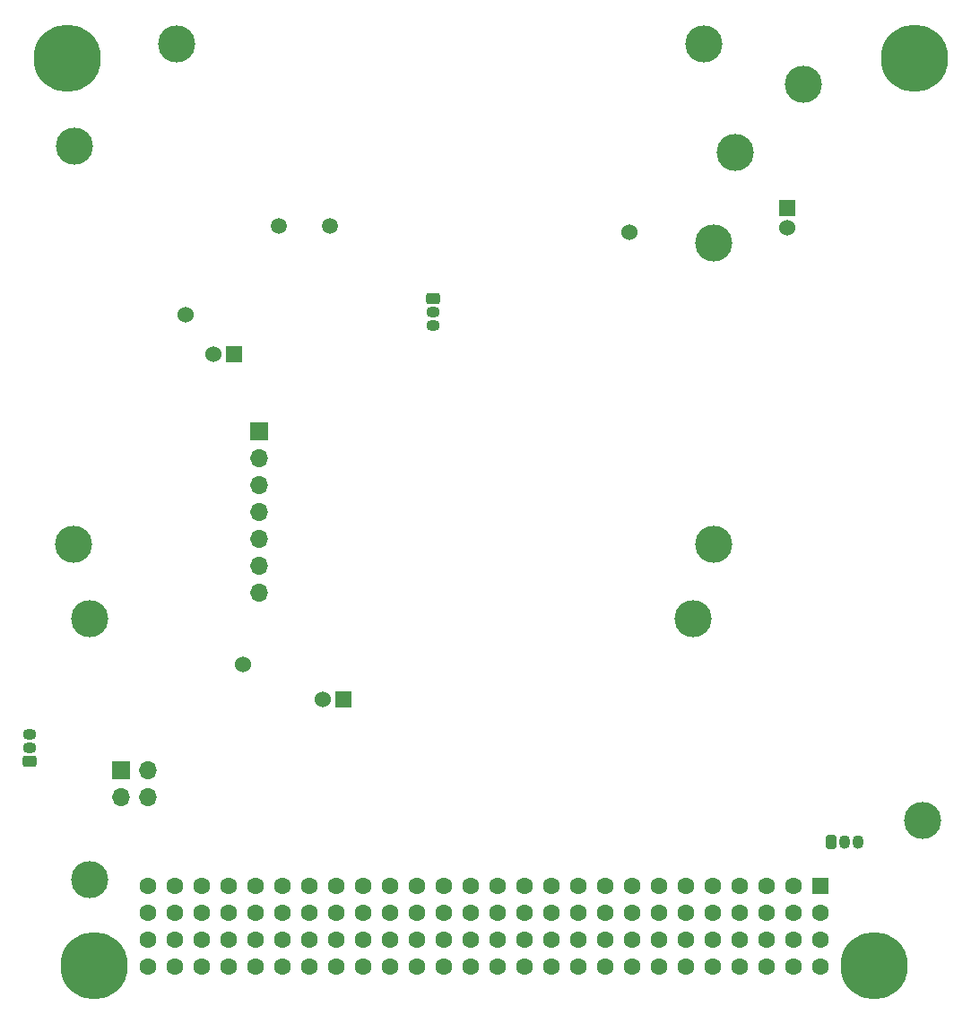
<source format=gbr>
%TF.GenerationSoftware,KiCad,Pcbnew,(6.0.1)*%
%TF.CreationDate,2022-03-12T11:24:15-03:00*%
%TF.ProjectId,magnetorquer_v2_2,6d61676e-6574-46f7-9271-7565725f7632,rev?*%
%TF.SameCoordinates,Original*%
%TF.FileFunction,Soldermask,Bot*%
%TF.FilePolarity,Negative*%
%FSLAX46Y46*%
G04 Gerber Fmt 4.6, Leading zero omitted, Abs format (unit mm)*
G04 Created by KiCad (PCBNEW (6.0.1)) date 2022-03-12 11:24:15*
%MOMM*%
%LPD*%
G01*
G04 APERTURE LIST*
G04 Aperture macros list*
%AMRoundRect*
0 Rectangle with rounded corners*
0 $1 Rounding radius*
0 $2 $3 $4 $5 $6 $7 $8 $9 X,Y pos of 4 corners*
0 Add a 4 corners polygon primitive as box body*
4,1,4,$2,$3,$4,$5,$6,$7,$8,$9,$2,$3,0*
0 Add four circle primitives for the rounded corners*
1,1,$1+$1,$2,$3*
1,1,$1+$1,$4,$5*
1,1,$1+$1,$6,$7*
1,1,$1+$1,$8,$9*
0 Add four rect primitives between the rounded corners*
20,1,$1+$1,$2,$3,$4,$5,0*
20,1,$1+$1,$4,$5,$6,$7,0*
20,1,$1+$1,$6,$7,$8,$9,0*
20,1,$1+$1,$8,$9,$2,$3,0*%
G04 Aperture macros list end*
%ADD10C,1.524000*%
%ADD11R,1.524000X1.524000*%
%ADD12C,1.600000*%
%ADD13R,1.600000X1.600000*%
%ADD14C,6.350000*%
%ADD15C,1.500000*%
%ADD16R,1.700000X1.700000*%
%ADD17O,1.700000X1.700000*%
%ADD18C,3.500000*%
%ADD19RoundRect,0.249900X-0.275100X-0.400100X0.275100X-0.400100X0.275100X0.400100X-0.275100X0.400100X0*%
%ADD20O,1.050000X1.300000*%
%ADD21RoundRect,0.249900X0.400100X-0.275100X0.400100X0.275100X-0.400100X0.275100X-0.400100X-0.275100X0*%
%ADD22O,1.300000X1.050000*%
%ADD23RoundRect,0.249900X-0.400100X0.275100X-0.400100X-0.275100X0.400100X-0.275100X0.400100X0.275100X0*%
G04 APERTURE END LIST*
D10*
%TO.C,*%
X114122200Y-119126000D03*
%TD*%
%TO.C,L2*%
X121666000Y-122428000D03*
D11*
X123571000Y-122428000D03*
%TD*%
D12*
%TO.C,U2*%
X105105200Y-147619400D03*
X105105200Y-145079400D03*
X107645200Y-147619400D03*
X107645200Y-145079400D03*
X110185200Y-147619400D03*
X110185200Y-145079400D03*
X112725200Y-147619400D03*
X112725200Y-145079400D03*
X115265200Y-147619400D03*
X115265200Y-145079400D03*
X117805200Y-147619400D03*
X117805200Y-145079400D03*
X120345200Y-147619400D03*
X120345200Y-145079400D03*
X122885200Y-147619400D03*
X122885200Y-145079400D03*
X125425200Y-147619400D03*
X125425200Y-145079400D03*
X127965200Y-147619400D03*
X127965200Y-145079400D03*
X130505200Y-147619400D03*
X130505200Y-145079400D03*
X133045200Y-147619400D03*
X133045200Y-145079400D03*
X135585200Y-147619400D03*
X135585200Y-145079400D03*
X138125200Y-147619400D03*
X138125200Y-145079400D03*
X140665200Y-147619400D03*
X140665200Y-145079400D03*
X143205200Y-147619400D03*
X143205200Y-145079400D03*
X145745200Y-147619400D03*
X145745200Y-145079400D03*
X148285200Y-147619400D03*
X148285200Y-145079400D03*
X150825200Y-147619400D03*
X150825200Y-145079400D03*
X153365200Y-147619400D03*
X153365200Y-145079400D03*
X155905200Y-147619400D03*
X155905200Y-145079400D03*
X158445200Y-147619400D03*
X158445200Y-145079400D03*
X160985200Y-147619400D03*
X160985200Y-145079400D03*
X163525200Y-147619400D03*
X163525200Y-145079400D03*
X166065200Y-147619400D03*
X166065200Y-145079400D03*
X168605200Y-147619400D03*
X168605200Y-145079400D03*
X105105200Y-142539400D03*
X105105200Y-139999400D03*
X107645200Y-142539400D03*
X107645200Y-139999400D03*
X110185200Y-142539400D03*
X110185200Y-139999400D03*
X112725200Y-142539400D03*
X112725200Y-139999400D03*
X115265200Y-142539400D03*
X115265200Y-139999400D03*
X117805200Y-142539400D03*
X117805200Y-139999400D03*
X120345200Y-142539400D03*
X120345200Y-139999400D03*
X122885200Y-142539400D03*
X122885200Y-139999400D03*
X125425200Y-142539400D03*
X125425200Y-139999400D03*
X127965200Y-142539400D03*
X127965200Y-139999400D03*
X130505200Y-142539400D03*
X130505200Y-139999400D03*
X133045200Y-142539400D03*
X133045200Y-139999400D03*
X135585200Y-142539400D03*
X135585200Y-139999400D03*
X138125200Y-142539400D03*
X138125200Y-139999400D03*
X140665200Y-142539400D03*
X140665200Y-139999400D03*
X143205200Y-142539400D03*
X143205200Y-139999400D03*
X145745200Y-142539400D03*
X145745200Y-139999400D03*
X148285200Y-142539400D03*
X148285200Y-139999400D03*
X150825200Y-142539400D03*
X150825200Y-139999400D03*
X153365200Y-142539400D03*
X153365200Y-139999400D03*
X155905200Y-142539400D03*
X155905200Y-139999400D03*
X158445200Y-142539400D03*
X158445200Y-139999400D03*
X160985200Y-142539400D03*
X160985200Y-139999400D03*
X163525200Y-142539400D03*
X163525200Y-139999400D03*
X166065200Y-142539400D03*
X166065200Y-139999400D03*
X168605200Y-142539400D03*
D13*
X168605200Y-139999400D03*
D14*
X97485200Y-61869400D03*
X177495200Y-61869400D03*
X173685200Y-147599400D03*
X100025200Y-147599400D03*
%TD*%
D15*
%TO.C,Y1*%
X117438000Y-77698600D03*
X122318000Y-77698600D03*
%TD*%
D16*
%TO.C,J1*%
X115620800Y-97099200D03*
D17*
X115620800Y-99639200D03*
X115620800Y-102179200D03*
X115620800Y-104719200D03*
X115620800Y-107259200D03*
X115620800Y-109799200D03*
X115620800Y-112339200D03*
%TD*%
D18*
%TO.C,REF\u002A\u002A*%
X107804400Y-60548800D03*
X99607400Y-139473800D03*
X160547400Y-70816800D03*
X99607400Y-114773800D03*
X158567400Y-107743800D03*
X98082400Y-107773800D03*
X178277400Y-133816800D03*
X98147400Y-70201800D03*
X167047400Y-64316800D03*
X156577400Y-114773800D03*
X157596400Y-60520800D03*
X158567400Y-79319800D03*
%TD*%
D10*
%TO.C,*%
X108712000Y-86106000D03*
%TD*%
%TO.C,L3*%
X111315500Y-89816000D03*
D11*
X113220500Y-89816000D03*
%TD*%
D10*
%TO.C,*%
X150545800Y-78333600D03*
%TD*%
%TO.C,L1*%
X165508000Y-77914500D03*
D11*
X165508000Y-76009500D03*
%TD*%
D16*
%TO.C,J2*%
X102560200Y-129154000D03*
D17*
X105100200Y-129154000D03*
X102560200Y-131694000D03*
X105100200Y-131694000D03*
%TD*%
D19*
%TO.C,IC1*%
X169672000Y-135890000D03*
D20*
X170942000Y-135890000D03*
X172212000Y-135890000D03*
%TD*%
D21*
%TO.C,IC2*%
X93980000Y-128270000D03*
D22*
X93980000Y-127000000D03*
X93980000Y-125730000D03*
%TD*%
D23*
%TO.C,IC3*%
X132080000Y-84582000D03*
D22*
X132080000Y-85852000D03*
X132080000Y-87122000D03*
%TD*%
M02*

</source>
